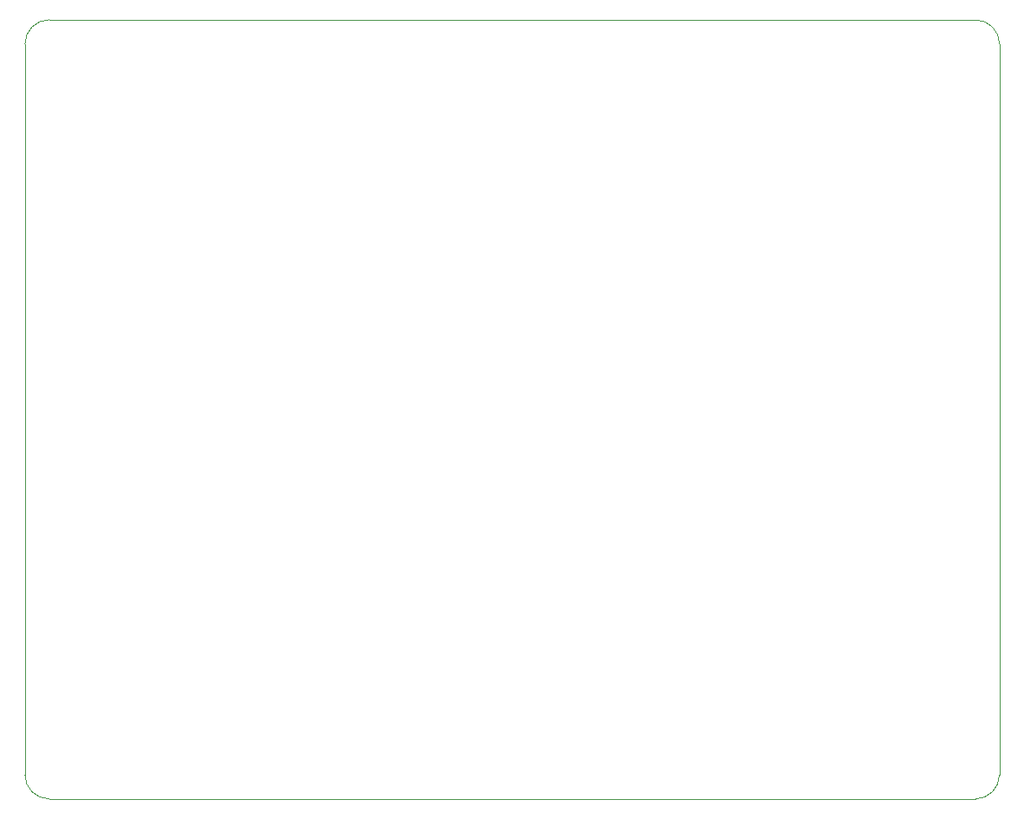
<source format=gbr>
%TF.GenerationSoftware,KiCad,Pcbnew,5.99.0-1.20211029git63d4d84.fc34*%
%TF.CreationDate,2021-10-30T18:32:49+11:00*%
%TF.ProjectId,peppermint,70657070-6572-46d6-996e-742e6b696361,rev?*%
%TF.SameCoordinates,Original*%
%TF.FileFunction,Profile,NP*%
%FSLAX46Y46*%
G04 Gerber Fmt 4.6, Leading zero omitted, Abs format (unit mm)*
G04 Created by KiCad (PCBNEW 5.99.0-1.20211029git63d4d84.fc34) date 2021-10-30 18:32:49*
%MOMM*%
%LPD*%
G01*
G04 APERTURE LIST*
%TA.AperFunction,Profile*%
%ADD10C,0.100000*%
%TD*%
G04 APERTURE END LIST*
D10*
X31750000Y-129381250D02*
X31750000Y-57943750D01*
X124618750Y-131762500D02*
X34131250Y-131762500D01*
X127000000Y-57943750D02*
X127000000Y-129381250D01*
X31750000Y-129381250D02*
G75*
G03*
X34131250Y-131762500I2381250J0D01*
G01*
X34131250Y-55562500D02*
X124618750Y-55562500D01*
X124618750Y-131762500D02*
G75*
G03*
X127000000Y-129381250I0J2381250D01*
G01*
X34131250Y-55562500D02*
G75*
G03*
X31750000Y-57943750I0J-2381250D01*
G01*
X127000000Y-57943750D02*
G75*
G03*
X124618750Y-55562500I-2381250J0D01*
G01*
M02*

</source>
